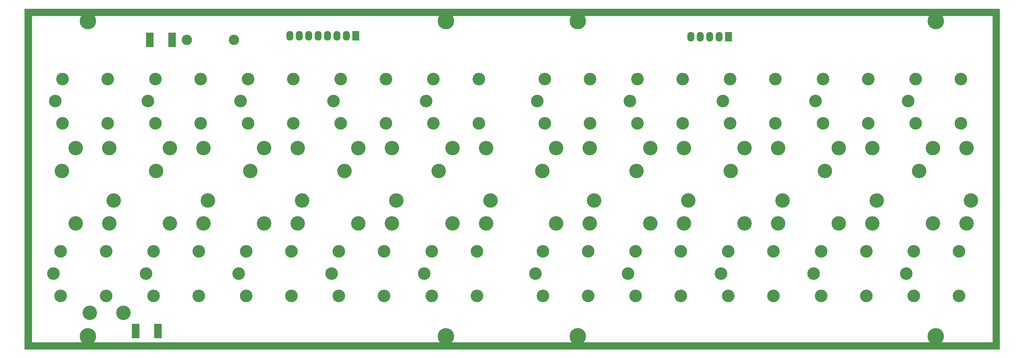
<source format=gts>
G04 #@! TF.FileFunction,Soldermask,Top*
%FSLAX46Y46*%
G04 Gerber Fmt 4.6, Leading zero omitted, Abs format (unit mm)*
G04 Created by KiCad (PCBNEW 4.0.6) date 08/11/17 10:43:16*
%MOMM*%
%LPD*%
G01*
G04 APERTURE LIST*
%ADD10C,0.100000*%
%ADD11C,3.400000*%
%ADD12C,4.464000*%
%ADD13C,3.900000*%
%ADD14R,2.000000X4.000000*%
%ADD15C,2.800000*%
%ADD16O,2.800000X2.800000*%
%ADD17O,1.924000X2.597100*%
%ADD18R,1.924000X2.597100*%
%ADD19C,0.254000*%
G04 APERTURE END LIST*
D10*
D11*
X248000000Y-101500000D03*
X248000000Y-113500000D03*
X235800000Y-113500000D03*
X235800000Y-101500000D03*
X233800000Y-107500000D03*
X173500000Y-55000000D03*
X173500000Y-67000000D03*
X161300000Y-67000000D03*
X161300000Y-55000000D03*
X159300000Y-61000000D03*
D12*
X38100000Y-39370000D03*
X38100000Y-124460000D03*
X266700000Y-39370000D03*
X266700000Y-124460000D03*
X134620000Y-124460000D03*
X134620000Y-39370000D03*
X170180000Y-39370000D03*
X170180000Y-124460000D03*
D13*
X31100000Y-79820000D03*
X45100000Y-87820000D03*
X56500000Y-79820000D03*
X70500000Y-87820000D03*
X81900000Y-79820000D03*
X95900000Y-87820000D03*
X107300000Y-79820000D03*
X121300000Y-87820000D03*
X132700000Y-79820000D03*
X146700000Y-87820000D03*
X160640000Y-79820000D03*
X174640000Y-87820000D03*
X186040000Y-79820000D03*
X200040000Y-87820000D03*
X211440000Y-79820000D03*
X225440000Y-87820000D03*
X236840000Y-79820000D03*
X250840000Y-87820000D03*
X262240000Y-79820000D03*
X276240000Y-87820000D03*
D14*
X57000000Y-123000000D03*
X51000000Y-123000000D03*
X54785000Y-44450000D03*
X60785000Y-44450000D03*
D13*
X47680000Y-118110000D03*
X38680000Y-118110000D03*
X34870000Y-93980000D03*
X43870000Y-93980000D03*
X34870000Y-73660000D03*
X43870000Y-73660000D03*
X60270000Y-93980000D03*
X69270000Y-93980000D03*
X60270000Y-73660000D03*
X69270000Y-73660000D03*
X85670000Y-93980000D03*
X94670000Y-93980000D03*
X85670000Y-73660000D03*
X94670000Y-73660000D03*
X111070000Y-93980000D03*
X120070000Y-93980000D03*
X111070000Y-73660000D03*
X120070000Y-73660000D03*
X136470000Y-93980000D03*
X145470000Y-93980000D03*
X136470000Y-73660000D03*
X145470000Y-73660000D03*
X164410000Y-93980000D03*
X173410000Y-93980000D03*
X164410000Y-73660000D03*
X173410000Y-73660000D03*
X189810000Y-93980000D03*
X198810000Y-93980000D03*
X189810000Y-73660000D03*
X198810000Y-73660000D03*
X215210000Y-93980000D03*
X224210000Y-93980000D03*
X215210000Y-73660000D03*
X224210000Y-73660000D03*
X240610000Y-93980000D03*
X249610000Y-93980000D03*
X240610000Y-73660000D03*
X249610000Y-73660000D03*
X266010000Y-93980000D03*
X275010000Y-93980000D03*
X266010000Y-73660000D03*
X275010000Y-73660000D03*
D15*
X64770000Y-44450000D03*
D16*
X77470000Y-44450000D03*
D17*
X95150000Y-43326200D03*
X100230000Y-43326200D03*
X102770000Y-43326200D03*
X105310000Y-43326200D03*
X92610000Y-43326200D03*
X97690000Y-43326200D03*
D18*
X110390000Y-43326200D03*
D17*
X107850000Y-43326200D03*
X205750000Y-43576200D03*
X200670000Y-43576200D03*
X203210000Y-43576200D03*
D18*
X210830000Y-43576200D03*
D17*
X208290000Y-43576200D03*
D11*
X43000000Y-101500000D03*
X43000000Y-113500000D03*
X30800000Y-113500000D03*
X30800000Y-101500000D03*
X28800000Y-107500000D03*
X43500000Y-55000000D03*
X43500000Y-67000000D03*
X31300000Y-67000000D03*
X31300000Y-55000000D03*
X29300000Y-61000000D03*
X68000000Y-101500000D03*
X68000000Y-113500000D03*
X55800000Y-113500000D03*
X55800000Y-101500000D03*
X53800000Y-107500000D03*
X68500000Y-55000000D03*
X68500000Y-67000000D03*
X56300000Y-67000000D03*
X56300000Y-55000000D03*
X54300000Y-61000000D03*
X93000000Y-101500000D03*
X93000000Y-113500000D03*
X80800000Y-113500000D03*
X80800000Y-101500000D03*
X78800000Y-107500000D03*
X93500000Y-55000000D03*
X93500000Y-67000000D03*
X81300000Y-67000000D03*
X81300000Y-55000000D03*
X79300000Y-61000000D03*
X118000000Y-101500000D03*
X118000000Y-113500000D03*
X105800000Y-113500000D03*
X105800000Y-101500000D03*
X103800000Y-107500000D03*
X118500000Y-55000000D03*
X118500000Y-67000000D03*
X106300000Y-67000000D03*
X106300000Y-55000000D03*
X104300000Y-61000000D03*
X143000000Y-101500000D03*
X143000000Y-113500000D03*
X130800000Y-113500000D03*
X130800000Y-101500000D03*
X128800000Y-107500000D03*
X143500000Y-55000000D03*
X143500000Y-67000000D03*
X131300000Y-67000000D03*
X131300000Y-55000000D03*
X129300000Y-61000000D03*
X173000000Y-101500000D03*
X173000000Y-113500000D03*
X160800000Y-113500000D03*
X160800000Y-101500000D03*
X158800000Y-107500000D03*
X198000000Y-101500000D03*
X198000000Y-113500000D03*
X185800000Y-113500000D03*
X185800000Y-101500000D03*
X183800000Y-107500000D03*
X198500000Y-55000000D03*
X198500000Y-67000000D03*
X186300000Y-67000000D03*
X186300000Y-55000000D03*
X184300000Y-61000000D03*
X223000000Y-101500000D03*
X223000000Y-113500000D03*
X210800000Y-113500000D03*
X210800000Y-101500000D03*
X208800000Y-107500000D03*
X223500000Y-55000000D03*
X223500000Y-67000000D03*
X211300000Y-67000000D03*
X211300000Y-55000000D03*
X209300000Y-61000000D03*
X248500000Y-55000000D03*
X248500000Y-67000000D03*
X236300000Y-67000000D03*
X236300000Y-55000000D03*
X234300000Y-61000000D03*
X273000000Y-101500000D03*
X273000000Y-113500000D03*
X260800000Y-113500000D03*
X260800000Y-101500000D03*
X258800000Y-107500000D03*
X273500000Y-55000000D03*
X273500000Y-67000000D03*
X261300000Y-67000000D03*
X261300000Y-55000000D03*
X259300000Y-61000000D03*
D19*
G36*
X283873000Y-127873000D02*
X21127000Y-127873000D01*
X21127000Y-38000000D01*
X22873000Y-38000000D01*
X22873000Y-126000000D01*
X22883006Y-126049410D01*
X22911447Y-126091035D01*
X22953841Y-126118315D01*
X23000000Y-126127000D01*
X282000000Y-126127000D01*
X282049410Y-126116994D01*
X282091035Y-126088553D01*
X282118315Y-126046159D01*
X282127000Y-126000000D01*
X282127000Y-38000000D01*
X282116994Y-37950590D01*
X282088553Y-37908965D01*
X282046159Y-37881685D01*
X282000000Y-37873000D01*
X23000000Y-37873000D01*
X22950590Y-37883006D01*
X22908965Y-37911447D01*
X22881685Y-37953841D01*
X22873000Y-38000000D01*
X21127000Y-38000000D01*
X21127000Y-36127000D01*
X283873000Y-36127000D01*
X283873000Y-127873000D01*
X283873000Y-127873000D01*
G37*
X283873000Y-127873000D02*
X21127000Y-127873000D01*
X21127000Y-38000000D01*
X22873000Y-38000000D01*
X22873000Y-126000000D01*
X22883006Y-126049410D01*
X22911447Y-126091035D01*
X22953841Y-126118315D01*
X23000000Y-126127000D01*
X282000000Y-126127000D01*
X282049410Y-126116994D01*
X282091035Y-126088553D01*
X282118315Y-126046159D01*
X282127000Y-126000000D01*
X282127000Y-38000000D01*
X282116994Y-37950590D01*
X282088553Y-37908965D01*
X282046159Y-37881685D01*
X282000000Y-37873000D01*
X23000000Y-37873000D01*
X22950590Y-37883006D01*
X22908965Y-37911447D01*
X22881685Y-37953841D01*
X22873000Y-38000000D01*
X21127000Y-38000000D01*
X21127000Y-36127000D01*
X283873000Y-36127000D01*
X283873000Y-127873000D01*
M02*

</source>
